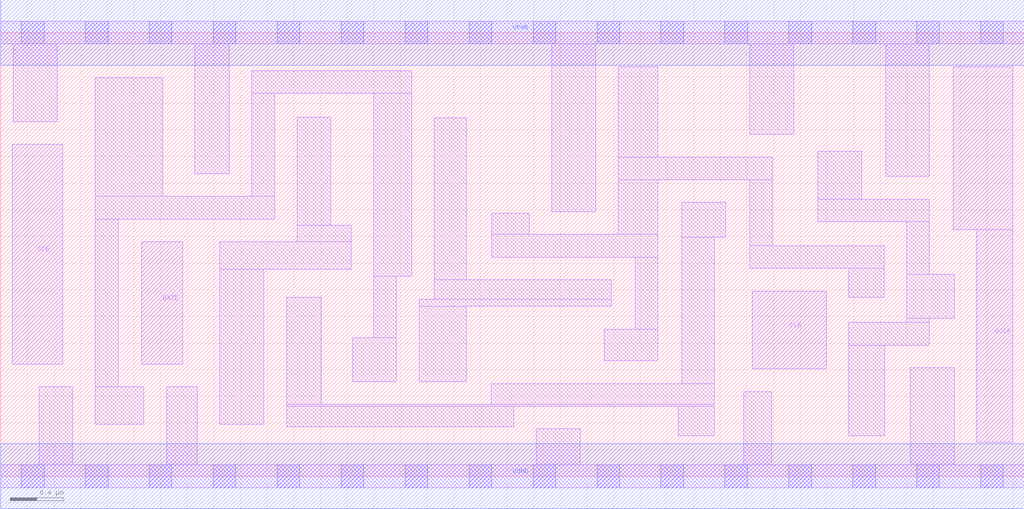
<source format=lef>
# Copyright 2020 The SkyWater PDK Authors
#
# Licensed under the Apache License, Version 2.0 (the "License");
# you may not use this file except in compliance with the License.
# You may obtain a copy of the License at
#
#     https://www.apache.org/licenses/LICENSE-2.0
#
# Unless required by applicable law or agreed to in writing, software
# distributed under the License is distributed on an "AS IS" BASIS,
# WITHOUT WARRANTIES OR CONDITIONS OF ANY KIND, either express or implied.
# See the License for the specific language governing permissions and
# limitations under the License.
#
# SPDX-License-Identifier: Apache-2.0

VERSION 5.7 ;
  NAMESCASESENSITIVE ON ;
  NOWIREEXTENSIONATPIN ON ;
  DIVIDERCHAR "/" ;
  BUSBITCHARS "[]" ;
UNITS
  DATABASE MICRONS 200 ;
END UNITS
MACRO sky130_fd_sc_lp__sdlclkp_1
  CLASS CORE ;
  SOURCE USER ;
  FOREIGN sky130_fd_sc_lp__sdlclkp_1 ;
  ORIGIN  0.000000  0.000000 ;
  SIZE  7.680000 BY  3.330000 ;
  SYMMETRY X Y R90 ;
  SITE unit ;
  PIN GATE
    ANTENNAGATEAREA  0.159000 ;
    DIRECTION INPUT ;
    USE SIGNAL ;
    PORT
      LAYER li1 ;
        RECT 1.060000 0.840000 1.365000 1.760000 ;
    END
  END GATE
  PIN GCLK
    ANTENNADIFFAREA  0.556500 ;
    DIRECTION OUTPUT ;
    USE SIGNAL ;
    PORT
      LAYER li1 ;
        RECT 7.150000 1.850000 7.595000 3.075000 ;
        RECT 7.325000 0.255000 7.595000 1.850000 ;
    END
  END GCLK
  PIN SCE
    ANTENNAGATEAREA  0.159000 ;
    DIRECTION INPUT ;
    USE SIGNAL ;
    PORT
      LAYER li1 ;
        RECT 0.085000 0.840000 0.465000 2.490000 ;
    END
  END SCE
  PIN CLK
    ANTENNAGATEAREA  0.318000 ;
    DIRECTION INPUT ;
    USE CLOCK ;
    PORT
      LAYER li1 ;
        RECT 5.640000 0.805000 6.195000 1.390000 ;
    END
  END CLK
  PIN VGND
    DIRECTION INOUT ;
    USE GROUND ;
    PORT
      LAYER met1 ;
        RECT 0.000000 -0.245000 7.680000 0.245000 ;
    END
  END VGND
  PIN VPWR
    DIRECTION INOUT ;
    USE POWER ;
    PORT
      LAYER met1 ;
        RECT 0.000000 3.085000 7.680000 3.575000 ;
    END
  END VPWR
  OBS
    LAYER li1 ;
      RECT 0.000000 -0.085000 7.680000 0.085000 ;
      RECT 0.000000  3.245000 7.680000 3.415000 ;
      RECT 0.095000  2.660000 0.425000 3.245000 ;
      RECT 0.290000  0.085000 0.540000 0.670000 ;
      RECT 0.710000  0.390000 1.075000 0.670000 ;
      RECT 0.710000  0.670000 0.880000 1.930000 ;
      RECT 0.710000  1.930000 2.055000 2.100000 ;
      RECT 0.710000  2.100000 1.215000 2.990000 ;
      RECT 1.245000  0.085000 1.475000 0.670000 ;
      RECT 1.455000  2.270000 1.715000 3.245000 ;
      RECT 1.645000  0.390000 1.975000 1.555000 ;
      RECT 1.645000  1.555000 2.630000 1.760000 ;
      RECT 1.885000  2.100000 2.055000 2.875000 ;
      RECT 1.885000  2.875000 3.085000 3.045000 ;
      RECT 2.145000  0.370000 3.850000 0.525000 ;
      RECT 2.145000  0.525000 5.355000 0.540000 ;
      RECT 2.145000  0.540000 2.405000 1.345000 ;
      RECT 2.225000  1.760000 2.630000 1.885000 ;
      RECT 2.225000  1.885000 2.475000 2.695000 ;
      RECT 2.640000  0.710000 2.970000 1.040000 ;
      RECT 2.800000  1.040000 2.970000 1.500000 ;
      RECT 2.800000  1.500000 3.085000 2.875000 ;
      RECT 3.140000  0.710000 3.495000 1.275000 ;
      RECT 3.140000  1.275000 4.580000 1.330000 ;
      RECT 3.255000  1.330000 4.580000 1.475000 ;
      RECT 3.255000  1.475000 3.495000 2.690000 ;
      RECT 3.680000  0.540000 5.355000 0.695000 ;
      RECT 3.685000  1.645000 4.930000 1.815000 ;
      RECT 3.685000  1.815000 3.965000 1.975000 ;
      RECT 4.020000  0.085000 4.350000 0.355000 ;
      RECT 4.135000  1.985000 4.465000 3.245000 ;
      RECT 4.530000  0.865000 4.930000 1.105000 ;
      RECT 4.635000  1.815000 4.930000 2.225000 ;
      RECT 4.635000  2.225000 5.790000 2.395000 ;
      RECT 4.635000  2.395000 4.930000 3.075000 ;
      RECT 4.760000  1.105000 4.930000 1.645000 ;
      RECT 5.085000  0.305000 5.355000 0.525000 ;
      RECT 5.110000  0.695000 5.355000 1.795000 ;
      RECT 5.110000  1.795000 5.440000 2.055000 ;
      RECT 5.575000  0.085000 5.785000 0.635000 ;
      RECT 5.620000  1.560000 6.630000 1.730000 ;
      RECT 5.620000  1.730000 5.790000 2.225000 ;
      RECT 5.620000  2.565000 5.950000 3.245000 ;
      RECT 6.130000  1.910000 6.970000 2.080000 ;
      RECT 6.130000  2.080000 6.460000 2.440000 ;
      RECT 6.365000  0.305000 6.635000 0.985000 ;
      RECT 6.365000  0.985000 6.970000 1.155000 ;
      RECT 6.365000  1.345000 6.630000 1.560000 ;
      RECT 6.640000  2.250000 6.970000 3.245000 ;
      RECT 6.800000  1.155000 6.970000 1.185000 ;
      RECT 6.800000  1.185000 7.155000 1.515000 ;
      RECT 6.800000  1.515000 6.970000 1.910000 ;
      RECT 6.825000  0.085000 7.155000 0.815000 ;
    LAYER mcon ;
      RECT 0.155000 -0.085000 0.325000 0.085000 ;
      RECT 0.155000  3.245000 0.325000 3.415000 ;
      RECT 0.635000 -0.085000 0.805000 0.085000 ;
      RECT 0.635000  3.245000 0.805000 3.415000 ;
      RECT 1.115000 -0.085000 1.285000 0.085000 ;
      RECT 1.115000  3.245000 1.285000 3.415000 ;
      RECT 1.595000 -0.085000 1.765000 0.085000 ;
      RECT 1.595000  3.245000 1.765000 3.415000 ;
      RECT 2.075000 -0.085000 2.245000 0.085000 ;
      RECT 2.075000  3.245000 2.245000 3.415000 ;
      RECT 2.555000 -0.085000 2.725000 0.085000 ;
      RECT 2.555000  3.245000 2.725000 3.415000 ;
      RECT 3.035000 -0.085000 3.205000 0.085000 ;
      RECT 3.035000  3.245000 3.205000 3.415000 ;
      RECT 3.515000 -0.085000 3.685000 0.085000 ;
      RECT 3.515000  3.245000 3.685000 3.415000 ;
      RECT 3.995000 -0.085000 4.165000 0.085000 ;
      RECT 3.995000  3.245000 4.165000 3.415000 ;
      RECT 4.475000 -0.085000 4.645000 0.085000 ;
      RECT 4.475000  3.245000 4.645000 3.415000 ;
      RECT 4.955000 -0.085000 5.125000 0.085000 ;
      RECT 4.955000  3.245000 5.125000 3.415000 ;
      RECT 5.435000 -0.085000 5.605000 0.085000 ;
      RECT 5.435000  3.245000 5.605000 3.415000 ;
      RECT 5.915000 -0.085000 6.085000 0.085000 ;
      RECT 5.915000  3.245000 6.085000 3.415000 ;
      RECT 6.395000 -0.085000 6.565000 0.085000 ;
      RECT 6.395000  3.245000 6.565000 3.415000 ;
      RECT 6.875000 -0.085000 7.045000 0.085000 ;
      RECT 6.875000  3.245000 7.045000 3.415000 ;
      RECT 7.355000 -0.085000 7.525000 0.085000 ;
      RECT 7.355000  3.245000 7.525000 3.415000 ;
  END
END sky130_fd_sc_lp__sdlclkp_1

</source>
